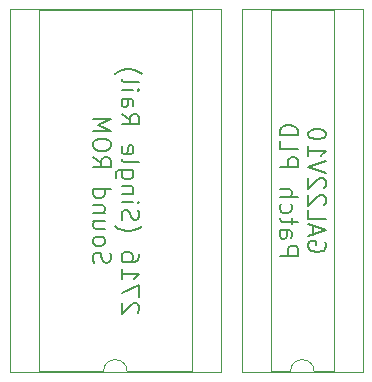
<source format=gbr>
%TF.GenerationSoftware,KiCad,Pcbnew,8.0.7*%
%TF.CreationDate,2025-03-21T13:40:33-04:00*%
%TF.ProjectId,TRS2_SOU_PATCH,54525332-5f53-44f5-955f-50415443482e,rev?*%
%TF.SameCoordinates,Original*%
%TF.FileFunction,Legend,Bot*%
%TF.FilePolarity,Positive*%
%FSLAX46Y46*%
G04 Gerber Fmt 4.6, Leading zero omitted, Abs format (unit mm)*
G04 Created by KiCad (PCBNEW 8.0.7) date 2025-03-21 13:40:33*
%MOMM*%
%LPD*%
G01*
G04 APERTURE LIST*
%ADD10C,0.200000*%
%ADD11C,0.120000*%
G04 APERTURE END LIST*
D10*
X182232500Y-69132141D02*
X182303929Y-69274999D01*
X182303929Y-69274999D02*
X182303929Y-69489284D01*
X182303929Y-69489284D02*
X182232500Y-69703570D01*
X182232500Y-69703570D02*
X182089643Y-69846427D01*
X182089643Y-69846427D02*
X181946786Y-69917856D01*
X181946786Y-69917856D02*
X181661072Y-69989284D01*
X181661072Y-69989284D02*
X181446786Y-69989284D01*
X181446786Y-69989284D02*
X181161072Y-69917856D01*
X181161072Y-69917856D02*
X181018215Y-69846427D01*
X181018215Y-69846427D02*
X180875358Y-69703570D01*
X180875358Y-69703570D02*
X180803929Y-69489284D01*
X180803929Y-69489284D02*
X180803929Y-69346427D01*
X180803929Y-69346427D02*
X180875358Y-69132141D01*
X180875358Y-69132141D02*
X180946786Y-69060713D01*
X180946786Y-69060713D02*
X181446786Y-69060713D01*
X181446786Y-69060713D02*
X181446786Y-69346427D01*
X181232500Y-68489284D02*
X181232500Y-67774999D01*
X180803929Y-68632141D02*
X182303929Y-68132141D01*
X182303929Y-68132141D02*
X180803929Y-67632141D01*
X180803929Y-66417856D02*
X180803929Y-67132142D01*
X180803929Y-67132142D02*
X182303929Y-67132142D01*
X182161072Y-65989284D02*
X182232500Y-65917856D01*
X182232500Y-65917856D02*
X182303929Y-65774999D01*
X182303929Y-65774999D02*
X182303929Y-65417856D01*
X182303929Y-65417856D02*
X182232500Y-65274999D01*
X182232500Y-65274999D02*
X182161072Y-65203570D01*
X182161072Y-65203570D02*
X182018215Y-65132141D01*
X182018215Y-65132141D02*
X181875358Y-65132141D01*
X181875358Y-65132141D02*
X181661072Y-65203570D01*
X181661072Y-65203570D02*
X180803929Y-66060713D01*
X180803929Y-66060713D02*
X180803929Y-65132141D01*
X182161072Y-64560713D02*
X182232500Y-64489285D01*
X182232500Y-64489285D02*
X182303929Y-64346428D01*
X182303929Y-64346428D02*
X182303929Y-63989285D01*
X182303929Y-63989285D02*
X182232500Y-63846428D01*
X182232500Y-63846428D02*
X182161072Y-63774999D01*
X182161072Y-63774999D02*
X182018215Y-63703570D01*
X182018215Y-63703570D02*
X181875358Y-63703570D01*
X181875358Y-63703570D02*
X181661072Y-63774999D01*
X181661072Y-63774999D02*
X180803929Y-64632142D01*
X180803929Y-64632142D02*
X180803929Y-63703570D01*
X182303929Y-63274999D02*
X180803929Y-62774999D01*
X180803929Y-62774999D02*
X182303929Y-62274999D01*
X180803929Y-60989285D02*
X180803929Y-61846428D01*
X180803929Y-61417857D02*
X182303929Y-61417857D01*
X182303929Y-61417857D02*
X182089643Y-61560714D01*
X182089643Y-61560714D02*
X181946786Y-61703571D01*
X181946786Y-61703571D02*
X181875358Y-61846428D01*
X182303929Y-60060714D02*
X182303929Y-59917857D01*
X182303929Y-59917857D02*
X182232500Y-59775000D01*
X182232500Y-59775000D02*
X182161072Y-59703572D01*
X182161072Y-59703572D02*
X182018215Y-59632143D01*
X182018215Y-59632143D02*
X181732500Y-59560714D01*
X181732500Y-59560714D02*
X181375358Y-59560714D01*
X181375358Y-59560714D02*
X181089643Y-59632143D01*
X181089643Y-59632143D02*
X180946786Y-59703572D01*
X180946786Y-59703572D02*
X180875358Y-59775000D01*
X180875358Y-59775000D02*
X180803929Y-59917857D01*
X180803929Y-59917857D02*
X180803929Y-60060714D01*
X180803929Y-60060714D02*
X180875358Y-60203572D01*
X180875358Y-60203572D02*
X180946786Y-60275000D01*
X180946786Y-60275000D02*
X181089643Y-60346429D01*
X181089643Y-60346429D02*
X181375358Y-60417857D01*
X181375358Y-60417857D02*
X181732500Y-60417857D01*
X181732500Y-60417857D02*
X182018215Y-60346429D01*
X182018215Y-60346429D02*
X182161072Y-60275000D01*
X182161072Y-60275000D02*
X182232500Y-60203572D01*
X182232500Y-60203572D02*
X182303929Y-60060714D01*
X178389013Y-70275000D02*
X179889013Y-70275000D01*
X179889013Y-70275000D02*
X179889013Y-69703571D01*
X179889013Y-69703571D02*
X179817584Y-69560714D01*
X179817584Y-69560714D02*
X179746156Y-69489285D01*
X179746156Y-69489285D02*
X179603299Y-69417857D01*
X179603299Y-69417857D02*
X179389013Y-69417857D01*
X179389013Y-69417857D02*
X179246156Y-69489285D01*
X179246156Y-69489285D02*
X179174727Y-69560714D01*
X179174727Y-69560714D02*
X179103299Y-69703571D01*
X179103299Y-69703571D02*
X179103299Y-70275000D01*
X178389013Y-68132143D02*
X179174727Y-68132143D01*
X179174727Y-68132143D02*
X179317584Y-68203571D01*
X179317584Y-68203571D02*
X179389013Y-68346428D01*
X179389013Y-68346428D02*
X179389013Y-68632143D01*
X179389013Y-68632143D02*
X179317584Y-68775000D01*
X178460442Y-68132143D02*
X178389013Y-68275000D01*
X178389013Y-68275000D02*
X178389013Y-68632143D01*
X178389013Y-68632143D02*
X178460442Y-68775000D01*
X178460442Y-68775000D02*
X178603299Y-68846428D01*
X178603299Y-68846428D02*
X178746156Y-68846428D01*
X178746156Y-68846428D02*
X178889013Y-68775000D01*
X178889013Y-68775000D02*
X178960442Y-68632143D01*
X178960442Y-68632143D02*
X178960442Y-68275000D01*
X178960442Y-68275000D02*
X179031870Y-68132143D01*
X179389013Y-67632142D02*
X179389013Y-67060714D01*
X179889013Y-67417857D02*
X178603299Y-67417857D01*
X178603299Y-67417857D02*
X178460442Y-67346428D01*
X178460442Y-67346428D02*
X178389013Y-67203571D01*
X178389013Y-67203571D02*
X178389013Y-67060714D01*
X178460442Y-65917857D02*
X178389013Y-66060714D01*
X178389013Y-66060714D02*
X178389013Y-66346428D01*
X178389013Y-66346428D02*
X178460442Y-66489285D01*
X178460442Y-66489285D02*
X178531870Y-66560714D01*
X178531870Y-66560714D02*
X178674727Y-66632142D01*
X178674727Y-66632142D02*
X179103299Y-66632142D01*
X179103299Y-66632142D02*
X179246156Y-66560714D01*
X179246156Y-66560714D02*
X179317584Y-66489285D01*
X179317584Y-66489285D02*
X179389013Y-66346428D01*
X179389013Y-66346428D02*
X179389013Y-66060714D01*
X179389013Y-66060714D02*
X179317584Y-65917857D01*
X178389013Y-65275000D02*
X179889013Y-65275000D01*
X178389013Y-64632143D02*
X179174727Y-64632143D01*
X179174727Y-64632143D02*
X179317584Y-64703571D01*
X179317584Y-64703571D02*
X179389013Y-64846428D01*
X179389013Y-64846428D02*
X179389013Y-65060714D01*
X179389013Y-65060714D02*
X179317584Y-65203571D01*
X179317584Y-65203571D02*
X179246156Y-65275000D01*
X178389013Y-62775000D02*
X179889013Y-62775000D01*
X179889013Y-62775000D02*
X179889013Y-62203571D01*
X179889013Y-62203571D02*
X179817584Y-62060714D01*
X179817584Y-62060714D02*
X179746156Y-61989285D01*
X179746156Y-61989285D02*
X179603299Y-61917857D01*
X179603299Y-61917857D02*
X179389013Y-61917857D01*
X179389013Y-61917857D02*
X179246156Y-61989285D01*
X179246156Y-61989285D02*
X179174727Y-62060714D01*
X179174727Y-62060714D02*
X179103299Y-62203571D01*
X179103299Y-62203571D02*
X179103299Y-62775000D01*
X178389013Y-60560714D02*
X178389013Y-61275000D01*
X178389013Y-61275000D02*
X179889013Y-61275000D01*
X178389013Y-60060714D02*
X179889013Y-60060714D01*
X179889013Y-60060714D02*
X179889013Y-59703571D01*
X179889013Y-59703571D02*
X179817584Y-59489285D01*
X179817584Y-59489285D02*
X179674727Y-59346428D01*
X179674727Y-59346428D02*
X179531870Y-59274999D01*
X179531870Y-59274999D02*
X179246156Y-59203571D01*
X179246156Y-59203571D02*
X179031870Y-59203571D01*
X179031870Y-59203571D02*
X178746156Y-59274999D01*
X178746156Y-59274999D02*
X178603299Y-59346428D01*
X178603299Y-59346428D02*
X178460442Y-59489285D01*
X178460442Y-59489285D02*
X178389013Y-59703571D01*
X178389013Y-59703571D02*
X178389013Y-60060714D01*
X166346072Y-75127141D02*
X166417500Y-75055713D01*
X166417500Y-75055713D02*
X166488929Y-74912856D01*
X166488929Y-74912856D02*
X166488929Y-74555713D01*
X166488929Y-74555713D02*
X166417500Y-74412856D01*
X166417500Y-74412856D02*
X166346072Y-74341427D01*
X166346072Y-74341427D02*
X166203215Y-74269998D01*
X166203215Y-74269998D02*
X166060358Y-74269998D01*
X166060358Y-74269998D02*
X165846072Y-74341427D01*
X165846072Y-74341427D02*
X164988929Y-75198570D01*
X164988929Y-75198570D02*
X164988929Y-74269998D01*
X166488929Y-73769999D02*
X166488929Y-72769999D01*
X166488929Y-72769999D02*
X164988929Y-73412856D01*
X164988929Y-71412856D02*
X164988929Y-72269999D01*
X164988929Y-71841428D02*
X166488929Y-71841428D01*
X166488929Y-71841428D02*
X166274643Y-71984285D01*
X166274643Y-71984285D02*
X166131786Y-72127142D01*
X166131786Y-72127142D02*
X166060358Y-72269999D01*
X166488929Y-70127143D02*
X166488929Y-70412857D01*
X166488929Y-70412857D02*
X166417500Y-70555714D01*
X166417500Y-70555714D02*
X166346072Y-70627143D01*
X166346072Y-70627143D02*
X166131786Y-70770000D01*
X166131786Y-70770000D02*
X165846072Y-70841428D01*
X165846072Y-70841428D02*
X165274643Y-70841428D01*
X165274643Y-70841428D02*
X165131786Y-70770000D01*
X165131786Y-70770000D02*
X165060358Y-70698571D01*
X165060358Y-70698571D02*
X164988929Y-70555714D01*
X164988929Y-70555714D02*
X164988929Y-70270000D01*
X164988929Y-70270000D02*
X165060358Y-70127143D01*
X165060358Y-70127143D02*
X165131786Y-70055714D01*
X165131786Y-70055714D02*
X165274643Y-69984285D01*
X165274643Y-69984285D02*
X165631786Y-69984285D01*
X165631786Y-69984285D02*
X165774643Y-70055714D01*
X165774643Y-70055714D02*
X165846072Y-70127143D01*
X165846072Y-70127143D02*
X165917500Y-70270000D01*
X165917500Y-70270000D02*
X165917500Y-70555714D01*
X165917500Y-70555714D02*
X165846072Y-70698571D01*
X165846072Y-70698571D02*
X165774643Y-70770000D01*
X165774643Y-70770000D02*
X165631786Y-70841428D01*
X164417500Y-67770000D02*
X164488929Y-67841429D01*
X164488929Y-67841429D02*
X164703215Y-67984286D01*
X164703215Y-67984286D02*
X164846072Y-68055715D01*
X164846072Y-68055715D02*
X165060358Y-68127143D01*
X165060358Y-68127143D02*
X165417500Y-68198572D01*
X165417500Y-68198572D02*
X165703215Y-68198572D01*
X165703215Y-68198572D02*
X166060358Y-68127143D01*
X166060358Y-68127143D02*
X166274643Y-68055715D01*
X166274643Y-68055715D02*
X166417500Y-67984286D01*
X166417500Y-67984286D02*
X166631786Y-67841429D01*
X166631786Y-67841429D02*
X166703215Y-67770000D01*
X165060358Y-67270000D02*
X164988929Y-67055715D01*
X164988929Y-67055715D02*
X164988929Y-66698572D01*
X164988929Y-66698572D02*
X165060358Y-66555715D01*
X165060358Y-66555715D02*
X165131786Y-66484286D01*
X165131786Y-66484286D02*
X165274643Y-66412857D01*
X165274643Y-66412857D02*
X165417500Y-66412857D01*
X165417500Y-66412857D02*
X165560358Y-66484286D01*
X165560358Y-66484286D02*
X165631786Y-66555715D01*
X165631786Y-66555715D02*
X165703215Y-66698572D01*
X165703215Y-66698572D02*
X165774643Y-66984286D01*
X165774643Y-66984286D02*
X165846072Y-67127143D01*
X165846072Y-67127143D02*
X165917500Y-67198572D01*
X165917500Y-67198572D02*
X166060358Y-67270000D01*
X166060358Y-67270000D02*
X166203215Y-67270000D01*
X166203215Y-67270000D02*
X166346072Y-67198572D01*
X166346072Y-67198572D02*
X166417500Y-67127143D01*
X166417500Y-67127143D02*
X166488929Y-66984286D01*
X166488929Y-66984286D02*
X166488929Y-66627143D01*
X166488929Y-66627143D02*
X166417500Y-66412857D01*
X164988929Y-65770001D02*
X165988929Y-65770001D01*
X166488929Y-65770001D02*
X166417500Y-65841429D01*
X166417500Y-65841429D02*
X166346072Y-65770001D01*
X166346072Y-65770001D02*
X166417500Y-65698572D01*
X166417500Y-65698572D02*
X166488929Y-65770001D01*
X166488929Y-65770001D02*
X166346072Y-65770001D01*
X165988929Y-65055715D02*
X164988929Y-65055715D01*
X165846072Y-65055715D02*
X165917500Y-64984286D01*
X165917500Y-64984286D02*
X165988929Y-64841429D01*
X165988929Y-64841429D02*
X165988929Y-64627143D01*
X165988929Y-64627143D02*
X165917500Y-64484286D01*
X165917500Y-64484286D02*
X165774643Y-64412858D01*
X165774643Y-64412858D02*
X164988929Y-64412858D01*
X165988929Y-63055715D02*
X164774643Y-63055715D01*
X164774643Y-63055715D02*
X164631786Y-63127143D01*
X164631786Y-63127143D02*
X164560358Y-63198572D01*
X164560358Y-63198572D02*
X164488929Y-63341429D01*
X164488929Y-63341429D02*
X164488929Y-63555715D01*
X164488929Y-63555715D02*
X164560358Y-63698572D01*
X165060358Y-63055715D02*
X164988929Y-63198572D01*
X164988929Y-63198572D02*
X164988929Y-63484286D01*
X164988929Y-63484286D02*
X165060358Y-63627143D01*
X165060358Y-63627143D02*
X165131786Y-63698572D01*
X165131786Y-63698572D02*
X165274643Y-63770000D01*
X165274643Y-63770000D02*
X165703215Y-63770000D01*
X165703215Y-63770000D02*
X165846072Y-63698572D01*
X165846072Y-63698572D02*
X165917500Y-63627143D01*
X165917500Y-63627143D02*
X165988929Y-63484286D01*
X165988929Y-63484286D02*
X165988929Y-63198572D01*
X165988929Y-63198572D02*
X165917500Y-63055715D01*
X164988929Y-62127143D02*
X165060358Y-62270000D01*
X165060358Y-62270000D02*
X165203215Y-62341429D01*
X165203215Y-62341429D02*
X166488929Y-62341429D01*
X165060358Y-60984286D02*
X164988929Y-61127143D01*
X164988929Y-61127143D02*
X164988929Y-61412858D01*
X164988929Y-61412858D02*
X165060358Y-61555715D01*
X165060358Y-61555715D02*
X165203215Y-61627143D01*
X165203215Y-61627143D02*
X165774643Y-61627143D01*
X165774643Y-61627143D02*
X165917500Y-61555715D01*
X165917500Y-61555715D02*
X165988929Y-61412858D01*
X165988929Y-61412858D02*
X165988929Y-61127143D01*
X165988929Y-61127143D02*
X165917500Y-60984286D01*
X165917500Y-60984286D02*
X165774643Y-60912858D01*
X165774643Y-60912858D02*
X165631786Y-60912858D01*
X165631786Y-60912858D02*
X165488929Y-61627143D01*
X164988929Y-58270001D02*
X165703215Y-58770001D01*
X164988929Y-59127144D02*
X166488929Y-59127144D01*
X166488929Y-59127144D02*
X166488929Y-58555715D01*
X166488929Y-58555715D02*
X166417500Y-58412858D01*
X166417500Y-58412858D02*
X166346072Y-58341429D01*
X166346072Y-58341429D02*
X166203215Y-58270001D01*
X166203215Y-58270001D02*
X165988929Y-58270001D01*
X165988929Y-58270001D02*
X165846072Y-58341429D01*
X165846072Y-58341429D02*
X165774643Y-58412858D01*
X165774643Y-58412858D02*
X165703215Y-58555715D01*
X165703215Y-58555715D02*
X165703215Y-59127144D01*
X164988929Y-56984287D02*
X165774643Y-56984287D01*
X165774643Y-56984287D02*
X165917500Y-57055715D01*
X165917500Y-57055715D02*
X165988929Y-57198572D01*
X165988929Y-57198572D02*
X165988929Y-57484287D01*
X165988929Y-57484287D02*
X165917500Y-57627144D01*
X165060358Y-56984287D02*
X164988929Y-57127144D01*
X164988929Y-57127144D02*
X164988929Y-57484287D01*
X164988929Y-57484287D02*
X165060358Y-57627144D01*
X165060358Y-57627144D02*
X165203215Y-57698572D01*
X165203215Y-57698572D02*
X165346072Y-57698572D01*
X165346072Y-57698572D02*
X165488929Y-57627144D01*
X165488929Y-57627144D02*
X165560358Y-57484287D01*
X165560358Y-57484287D02*
X165560358Y-57127144D01*
X165560358Y-57127144D02*
X165631786Y-56984287D01*
X164988929Y-56270001D02*
X165988929Y-56270001D01*
X166488929Y-56270001D02*
X166417500Y-56341429D01*
X166417500Y-56341429D02*
X166346072Y-56270001D01*
X166346072Y-56270001D02*
X166417500Y-56198572D01*
X166417500Y-56198572D02*
X166488929Y-56270001D01*
X166488929Y-56270001D02*
X166346072Y-56270001D01*
X164988929Y-55341429D02*
X165060358Y-55484286D01*
X165060358Y-55484286D02*
X165203215Y-55555715D01*
X165203215Y-55555715D02*
X166488929Y-55555715D01*
X164417500Y-54912858D02*
X164488929Y-54841429D01*
X164488929Y-54841429D02*
X164703215Y-54698572D01*
X164703215Y-54698572D02*
X164846072Y-54627144D01*
X164846072Y-54627144D02*
X165060358Y-54555715D01*
X165060358Y-54555715D02*
X165417500Y-54484286D01*
X165417500Y-54484286D02*
X165703215Y-54484286D01*
X165703215Y-54484286D02*
X166060358Y-54555715D01*
X166060358Y-54555715D02*
X166274643Y-54627144D01*
X166274643Y-54627144D02*
X166417500Y-54698572D01*
X166417500Y-54698572D02*
X166631786Y-54841429D01*
X166631786Y-54841429D02*
X166703215Y-54912858D01*
X162645442Y-70877142D02*
X162574013Y-70662857D01*
X162574013Y-70662857D02*
X162574013Y-70305714D01*
X162574013Y-70305714D02*
X162645442Y-70162857D01*
X162645442Y-70162857D02*
X162716870Y-70091428D01*
X162716870Y-70091428D02*
X162859727Y-70019999D01*
X162859727Y-70019999D02*
X163002584Y-70019999D01*
X163002584Y-70019999D02*
X163145442Y-70091428D01*
X163145442Y-70091428D02*
X163216870Y-70162857D01*
X163216870Y-70162857D02*
X163288299Y-70305714D01*
X163288299Y-70305714D02*
X163359727Y-70591428D01*
X163359727Y-70591428D02*
X163431156Y-70734285D01*
X163431156Y-70734285D02*
X163502584Y-70805714D01*
X163502584Y-70805714D02*
X163645442Y-70877142D01*
X163645442Y-70877142D02*
X163788299Y-70877142D01*
X163788299Y-70877142D02*
X163931156Y-70805714D01*
X163931156Y-70805714D02*
X164002584Y-70734285D01*
X164002584Y-70734285D02*
X164074013Y-70591428D01*
X164074013Y-70591428D02*
X164074013Y-70234285D01*
X164074013Y-70234285D02*
X164002584Y-70019999D01*
X162574013Y-69162857D02*
X162645442Y-69305714D01*
X162645442Y-69305714D02*
X162716870Y-69377143D01*
X162716870Y-69377143D02*
X162859727Y-69448571D01*
X162859727Y-69448571D02*
X163288299Y-69448571D01*
X163288299Y-69448571D02*
X163431156Y-69377143D01*
X163431156Y-69377143D02*
X163502584Y-69305714D01*
X163502584Y-69305714D02*
X163574013Y-69162857D01*
X163574013Y-69162857D02*
X163574013Y-68948571D01*
X163574013Y-68948571D02*
X163502584Y-68805714D01*
X163502584Y-68805714D02*
X163431156Y-68734286D01*
X163431156Y-68734286D02*
X163288299Y-68662857D01*
X163288299Y-68662857D02*
X162859727Y-68662857D01*
X162859727Y-68662857D02*
X162716870Y-68734286D01*
X162716870Y-68734286D02*
X162645442Y-68805714D01*
X162645442Y-68805714D02*
X162574013Y-68948571D01*
X162574013Y-68948571D02*
X162574013Y-69162857D01*
X163574013Y-67377143D02*
X162574013Y-67377143D01*
X163574013Y-68020000D02*
X162788299Y-68020000D01*
X162788299Y-68020000D02*
X162645442Y-67948571D01*
X162645442Y-67948571D02*
X162574013Y-67805714D01*
X162574013Y-67805714D02*
X162574013Y-67591428D01*
X162574013Y-67591428D02*
X162645442Y-67448571D01*
X162645442Y-67448571D02*
X162716870Y-67377143D01*
X163574013Y-66662857D02*
X162574013Y-66662857D01*
X163431156Y-66662857D02*
X163502584Y-66591428D01*
X163502584Y-66591428D02*
X163574013Y-66448571D01*
X163574013Y-66448571D02*
X163574013Y-66234285D01*
X163574013Y-66234285D02*
X163502584Y-66091428D01*
X163502584Y-66091428D02*
X163359727Y-66020000D01*
X163359727Y-66020000D02*
X162574013Y-66020000D01*
X162574013Y-64662857D02*
X164074013Y-64662857D01*
X162645442Y-64662857D02*
X162574013Y-64805714D01*
X162574013Y-64805714D02*
X162574013Y-65091428D01*
X162574013Y-65091428D02*
X162645442Y-65234285D01*
X162645442Y-65234285D02*
X162716870Y-65305714D01*
X162716870Y-65305714D02*
X162859727Y-65377142D01*
X162859727Y-65377142D02*
X163288299Y-65377142D01*
X163288299Y-65377142D02*
X163431156Y-65305714D01*
X163431156Y-65305714D02*
X163502584Y-65234285D01*
X163502584Y-65234285D02*
X163574013Y-65091428D01*
X163574013Y-65091428D02*
X163574013Y-64805714D01*
X163574013Y-64805714D02*
X163502584Y-64662857D01*
X162574013Y-61948571D02*
X163288299Y-62448571D01*
X162574013Y-62805714D02*
X164074013Y-62805714D01*
X164074013Y-62805714D02*
X164074013Y-62234285D01*
X164074013Y-62234285D02*
X164002584Y-62091428D01*
X164002584Y-62091428D02*
X163931156Y-62019999D01*
X163931156Y-62019999D02*
X163788299Y-61948571D01*
X163788299Y-61948571D02*
X163574013Y-61948571D01*
X163574013Y-61948571D02*
X163431156Y-62019999D01*
X163431156Y-62019999D02*
X163359727Y-62091428D01*
X163359727Y-62091428D02*
X163288299Y-62234285D01*
X163288299Y-62234285D02*
X163288299Y-62805714D01*
X164074013Y-61019999D02*
X164074013Y-60734285D01*
X164074013Y-60734285D02*
X164002584Y-60591428D01*
X164002584Y-60591428D02*
X163859727Y-60448571D01*
X163859727Y-60448571D02*
X163574013Y-60377142D01*
X163574013Y-60377142D02*
X163074013Y-60377142D01*
X163074013Y-60377142D02*
X162788299Y-60448571D01*
X162788299Y-60448571D02*
X162645442Y-60591428D01*
X162645442Y-60591428D02*
X162574013Y-60734285D01*
X162574013Y-60734285D02*
X162574013Y-61019999D01*
X162574013Y-61019999D02*
X162645442Y-61162857D01*
X162645442Y-61162857D02*
X162788299Y-61305714D01*
X162788299Y-61305714D02*
X163074013Y-61377142D01*
X163074013Y-61377142D02*
X163574013Y-61377142D01*
X163574013Y-61377142D02*
X163859727Y-61305714D01*
X163859727Y-61305714D02*
X164002584Y-61162857D01*
X164002584Y-61162857D02*
X164074013Y-61019999D01*
X162574013Y-59734285D02*
X164074013Y-59734285D01*
X164074013Y-59734285D02*
X163002584Y-59234285D01*
X163002584Y-59234285D02*
X164074013Y-58734285D01*
X164074013Y-58734285D02*
X162574013Y-58734285D01*
D11*
%TO.C,U1*%
X175150000Y-49420000D02*
X175150000Y-80140000D01*
X175150000Y-80140000D02*
X185430000Y-80140000D01*
X177640000Y-49480000D02*
X177640000Y-80080000D01*
X177640000Y-80080000D02*
X179290000Y-80080000D01*
X181290000Y-80080000D02*
X182940000Y-80080000D01*
X182940000Y-49480000D02*
X177640000Y-49480000D01*
X182940000Y-80080000D02*
X182940000Y-49480000D01*
X185430000Y-49420000D02*
X175150000Y-49420000D01*
X185430000Y-80140000D02*
X185430000Y-49420000D01*
X179290000Y-80080000D02*
G75*
G02*
X181290000Y-80080000I1000000J0D01*
G01*
%TO.C,U3*%
X155510000Y-49420000D02*
X155510000Y-80140000D01*
X155510000Y-80140000D02*
X173410000Y-80140000D01*
X158000000Y-49480000D02*
X158000000Y-80080000D01*
X158000000Y-80080000D02*
X163460000Y-80080000D01*
X165460000Y-80080000D02*
X170920000Y-80080000D01*
X170920000Y-49480000D02*
X158000000Y-49480000D01*
X170920000Y-80080000D02*
X170920000Y-49480000D01*
X173410000Y-49420000D02*
X155510000Y-49420000D01*
X173410000Y-80140000D02*
X173410000Y-49420000D01*
X163460000Y-80080000D02*
G75*
G02*
X165460000Y-80080000I1000000J0D01*
G01*
%TD*%
M02*

</source>
